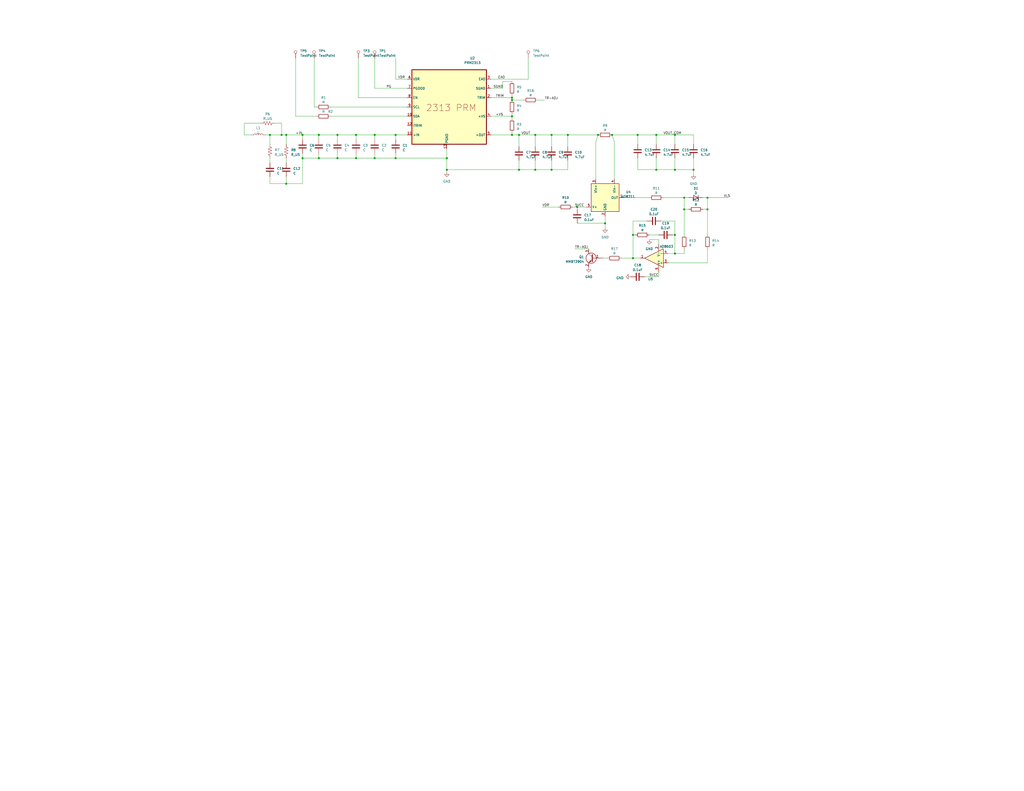
<source format=kicad_sch>
(kicad_sch (version 20230121) (generator eeschema)
  (paper "C")
  (lib_symbols
    (symbol "Amplifier_Current:AD8211"
      (property "Reference" "U" (at -7.62 10.795 0))
      (property "Value" "AD8211" (at -7.62 8.89 0))
      (symbol "AD8211_0_1"
        (rectangle (start -7.62 7.62) (end 7.62 -7.62) (stroke (width 0.254)) (fill (type background)))
      )
      (symbol "AD8211_1_1"
        (pin output line (at 10.16 0 180) (length 2.54) (name "OUT") (number "1"))
        (pin power_in line (at 0 -10.16 90) (length 2.54) (name "GND") (number "2"))
        (pin input line (at -5.08 10.16 270) (length 2.54) (name "Vin+") (number "3"))
        (pin input line (at 5.08 10.16 270) (length 2.54) (name "Vin-") (number "4"))
        (pin power_in line (at -10.16 -5.08 0) (length 2.54) (name "V+") (number "5"))
      )
    )
    (symbol "Amplifier_Operational:AD8603" (pin_names (offset 0.127))
      (property "Reference" "U" (at 0 5.08 0))
      (property "Value" "AD8603" (at 0 -5.08 0))
      (symbol "AD8603_0_1"
        (polyline (pts (xy -5.08 5.08) (xy 5.08 0) (xy -5.08 -5.08) (xy -5.08 5.08)) (stroke (width 0.254)) (fill (type background)))
        (pin power_in line (at -2.54 -7.62 90) (length 3.81) (name "V-") (number "2"))
        (pin power_in line (at -2.54 7.62 270) (length 3.81) (name "V+") (number "5"))
      )
      (symbol "AD8603_1_1"
        (pin output line (at 7.62 0 180) (length 2.54) (name "~") (number "1"))
        (pin input line (at -7.62 2.54 0) (length 2.54) (name "+") (number "3"))
        (pin input line (at -7.62 -2.54 0) (length 2.54) (name "-") (number "4"))
      )
    )
    (symbol "Connector:TestPoint" (pin_numbers hide) (pin_names (offset 0.762) hide)
      (property "Reference" "TP" (at 0 6.858 0))
      (property "Value" "TestPoint" (at 0 5.08 0))
      (symbol "TestPoint_0_1"
        (circle (center 0 3.302) (radius 0.762))
      )
      (symbol "TestPoint_1_1"
        (pin passive line (at 0 0 90) (length 2.54) (name "1") (number "1"))
      )
    )
    (symbol "Device:C" (pin_numbers hide) (pin_names (offset 0.254))
      (property "Reference" "C" (at 0.635 2.54 0))
      (property "Value" "C" (at 0.635 -2.54 0))
      (symbol "C_0_1"
        (polyline (pts (xy -2.032 -0.762) (xy 2.032 -0.762)) (stroke (width 0.508)))
        (polyline (pts (xy -2.032 0.762) (xy 2.032 0.762)) (stroke (width 0.508)))
      )
      (symbol "C_1_1"
        (pin passive line (at 0 3.81 270) (length 2.794) (name "~") (number "1"))
        (pin passive line (at 0 -3.81 90) (length 2.794) (name "~") (number "2"))
      )
    )
    (symbol "Device:D" (pin_numbers hide) (pin_names (offset 1.016) hide)
      (property "Reference" "D" (at 0 2.54 0))
      (property "Value" "D" (at 0 -2.54 0))
      (symbol "D_0_1"
        (polyline (pts (xy -1.27 1.27) (xy -1.27 -1.27)) (stroke (width 0.254)))
        (polyline (pts (xy 1.27 0) (xy -1.27 0)))
        (polyline (pts (xy 1.27 1.27) (xy 1.27 -1.27) (xy -1.27 0) (xy 1.27 1.27)) (stroke (width 0.254)))
      )
      (symbol "D_1_1"
        (pin passive line (at -3.81 0 0) (length 2.54) (name "K") (number "1"))
        (pin passive line (at 3.81 0 180) (length 2.54) (name "A") (number "2"))
      )
    )
    (symbol "Device:L" (pin_numbers hide) (pin_names (offset 1.016) hide)
      (property "Reference" "L" (at -1.27 0 90))
      (property "Value" "L" (at 1.905 0 90))
      (symbol "L_0_1"
        (arc (start 0 -2.54) (mid 0.6323 -1.905) (end 0 -1.27))
        (arc (start 0 -1.27) (mid 0.6323 -0.635) (end 0 0))
        (arc (start 0 0) (mid 0.6323 0.635) (end 0 1.27))
        (arc (start 0 1.27) (mid 0.6323 1.905) (end 0 2.54))
      )
      (symbol "L_1_1"
        (pin passive line (at 0 3.81 270) (length 1.27) (name "1") (number "1"))
        (pin passive line (at 0 -3.81 90) (length 1.27) (name "2") (number "2"))
      )
    )
    (symbol "Device:R" (pin_numbers hide) (pin_names (offset 0))
      (property "Reference" "R" (at 2.032 0 90))
      (property "Value" "R" (at 0 0 90))
      (symbol "R_0_1"
        (rectangle (start -1.016 -2.54) (end 1.016 2.54) (stroke (width 0.254)))
      )
      (symbol "R_1_1"
        (pin passive line (at 0 3.81 270) (length 1.27) (name "~") (number "1"))
        (pin passive line (at 0 -3.81 90) (length 1.27) (name "~") (number "2"))
      )
    )
    (symbol "Device:R_US" (pin_numbers hide) (pin_names (offset 0))
      (property "Reference" "R" (at 2.54 0 90))
      (property "Value" "R_US" (at -2.54 0 90))
      (symbol "R_US_0_1"
        (polyline (pts (xy 0 -2.286) (xy 0 -2.54)))
        (polyline (pts (xy 0 2.286) (xy 0 2.54)))
        (polyline (pts (xy 0 -0.762) (xy 1.016 -1.143) (xy 0 -1.524) (xy -1.016 -1.905) (xy 0 -2.286)))
        (polyline (pts (xy 0 0.762) (xy 1.016 0.381) (xy 0 0) (xy -1.016 -0.381) (xy 0 -0.762)))
        (polyline (pts (xy 0 2.286) (xy 1.016 1.905) (xy 0 1.524) (xy -1.016 1.143) (xy 0 0.762)))
      )
      (symbol "R_US_1_1"
        (pin passive line (at 0 3.81 270) (length 1.27) (name "~") (number "1"))
        (pin passive line (at 0 -3.81 90) (length 1.27) (name "~") (number "2"))
      )
    )
    (symbol "Transistor_BJT:MMBT3904" (pin_names (offset 0) hide)
      (property "Reference" "Q" (at 5.08 1.905 0))
      (property "Value" "MMBT3904" (at 5.08 0 0))
      (symbol "MMBT3904_0_1"
        (polyline (pts (xy 0.635 0.635) (xy 2.54 2.54)))
        (polyline (pts (xy 0.635 -0.635) (xy 2.54 -2.54) (xy 2.54 -2.54)))
        (polyline (pts (xy 0.635 1.905) (xy 0.635 -1.905) (xy 0.635 -1.905)) (stroke (width 0.508)))
        (polyline (pts (xy 1.27 -1.778) (xy 1.778 -1.27) (xy 2.286 -2.286) (xy 1.27 -1.778) (xy 1.27 -1.778)) (fill (type outline)))
        (circle (center 1.27 0) (radius 2.8194) (stroke (width 0.254)))
      )
      (symbol "MMBT3904_1_1"
        (pin input line (at -5.08 0 0) (length 5.715) (name "B") (number "1"))
        (pin passive line (at 2.54 -5.08 90) (length 2.54) (name "E") (number "2"))
        (pin passive line (at 2.54 5.08 270) (length 2.54) (name "C") (number "3"))
      )
    )
    (symbol "power:GND" (power) (pin_names (offset 0))
      (property "Value" "GND" (at 0 -3.81 0))
      (symbol "GND_0_1"
        (polyline (pts (xy 0 0) (xy 0 -1.27) (xy 1.27 -1.27) (xy 0 -2.54) (xy -1.27 -1.27) (xy 0 -1.27)))
      )
      (symbol "GND_1_1"
        (pin power_in line (at 0 0 270) (length 0) hide (name "GND") (number "1"))
      )
    )
    (symbol "vicor:root_0_2313 PRM TC2_3-47574R4"
      (property "Reference" "U" (at 0 0 0))
      (property "Value" "PRM2313" (at 0 0 0))
      (symbol "root_0_2313 PRM TC2_3-47574R4_1_0"
        (rectangle (start 0 0) (end 40.64 -40.64) (stroke (width 0.508)) (fill (type background)))
        (text "" (at 1.27 0 0) (effects (font (size 6.096 6.096) bold) (justify left bottom)))
        (text "2313 PRM" (at 7.62 -22.86 0) (effects (font (size 3.556 3.556)) (justify left bottom)))
        (pin passive line (at 43.18 -10.16 180) (length 2.54) (name "SGND") (number "1"))
        (pin passive line (at -2.54 -25.4 0) (length 2.54) (name "SDA") (number "10"))
        (pin passive line (at -2.54 -35.56 0) (length 2.54) (name "+IN") (number "11"))
        (pin passive line (at -2.54 -30.48 0) (length 2.54) (name "ITRIM") (number "12"))
        (pin passive line (at 19.05 -43.18 90) (length 2.54) (name "PGND") (number "13"))
        (pin passive line (at 43.18 -15.24 180) (length 2.54) (name "TRIM") (number "2"))
        (pin passive line (at 43.18 -5.08 180) (length 2.54) (name "EAO") (number "3"))
        (pin passive line (at 43.18 -25.4 180) (length 2.54) (name "+VS") (number "4"))
        (pin passive line (at 43.18 -35.56 180) (length 2.54) (name "+OUT") (number "5"))
        (pin passive line (at -2.54 -5.08 0) (length 2.54) (name "VDR") (number "6"))
        (pin passive line (at -2.54 -10.16 0) (length 2.54) (name "PGOOD") (number "7"))
        (pin passive line (at -2.54 -15.24 0) (length 2.54) (name "EN") (number "8"))
        (pin passive line (at -2.54 -20.32 0) (length 2.54) (name "SCL") (number "9"))
      )
    )
  )
  (junction (at 314.96 113.03))
  (junction (at 243.84 92.71))
  (junction (at 173.99 73.66))
  (junction (at 204.47 86.36))
  (junction (at 279.4 54.61))
  (junction (at 373.38 107.95))
  (junction (at 153.67 73.66))
  (junction (at 373.38 114.3))
  (junction (at 345.44 128.27))
  (junction (at 386.08 107.95))
  (junction (at 194.31 73.66))
  (junction (at 345.44 140.97))
  (junction (at 279.4 63.5))
  (junction (at 184.15 73.66))
  (junction (at 358.14 92.71))
  (junction (at 243.84 86.36))
  (junction (at 279.4 73.66))
  (junction (at 215.9 73.66))
  (junction (at 292.1 92.71))
  (junction (at 378.46 92.71))
  (junction (at 165.1 73.66))
  (junction (at 330.2 121.92))
  (junction (at 368.3 128.27))
  (junction (at 368.3 138.43))
  (junction (at 173.99 86.36))
  (junction (at 147.32 73.66))
  (junction (at 386.08 114.3))
  (junction (at 300.99 73.66))
  (junction (at 309.88 73.66))
  (junction (at 300.99 92.71))
  (junction (at 326.39 73.66))
  (junction (at 283.21 73.66))
  (junction (at 204.47 73.66))
  (junction (at 279.4 53.34))
  (junction (at 215.9 86.36))
  (junction (at 184.15 86.36))
  (junction (at 165.1 86.36))
  (junction (at 368.3 73.66))
  (junction (at 292.1 73.66))
  (junction (at 156.21 73.66))
  (junction (at 334.01 73.66))
  (junction (at 368.3 92.71))
  (junction (at 347.98 73.66))
  (junction (at 194.31 86.36))
  (junction (at 283.21 92.71))
  (junction (at 156.21 100.33))
  (junction (at 358.14 73.66))
  (wire (pts (xy 378.46 92.71) (xy 378.46 86.36)))
  (wire (pts (xy 279.4 62.23) (xy 279.4 63.5)))
  (wire (pts (xy 215.9 43.18) (xy 215.9 31.75)))
  (wire (pts (xy 279.4 72.39) (xy 279.4 73.66)))
  (wire (pts (xy 359.41 130.81) (xy 359.41 133.35)))
  (wire (pts (xy 165.1 86.36) (xy 173.99 86.36)))
  (wire (pts (xy 222.25 53.34) (xy 195.58 53.34)))
  (wire (pts (xy 375.92 114.3) (xy 373.38 114.3)))
  (wire (pts (xy 285.75 54.61) (xy 279.4 54.61)))
  (wire (pts (xy 292.1 80.01) (xy 292.1 73.66)))
  (wire (pts (xy 373.38 135.89) (xy 373.38 138.43)))
  (wire (pts (xy 195.58 53.34) (xy 195.58 31.75)))
  (wire (pts (xy 335.28 77.47) (xy 335.28 97.79)))
  (wire (pts (xy 156.21 96.52) (xy 156.21 100.33)))
  (wire (pts (xy 309.88 73.66) (xy 309.88 80.01)))
  (wire (pts (xy 184.15 83.82) (xy 184.15 86.36)))
  (wire (pts (xy 283.21 80.01) (xy 283.21 73.66)))
  (wire (pts (xy 297.18 54.61) (xy 293.37 54.61)))
  (wire (pts (xy 147.32 100.33) (xy 156.21 100.33)))
  (wire (pts (xy 368.3 73.66) (xy 378.46 73.66)))
  (wire (pts (xy 383.54 107.95) (xy 386.08 107.95)))
  (wire (pts (xy 222.25 63.5) (xy 180.34 63.5)))
  (wire (pts (xy 386.08 143.51) (xy 386.08 135.89)))
  (wire (pts (xy 300.99 92.71) (xy 292.1 92.71)))
  (wire (pts (xy 309.88 87.63) (xy 309.88 92.71)))
  (wire (pts (xy 215.9 76.2) (xy 215.9 73.66)))
  (wire (pts (xy 184.15 76.2) (xy 184.15 73.66)))
  (wire (pts (xy 292.1 92.71) (xy 283.21 92.71)))
  (wire (pts (xy 358.14 78.74) (xy 358.14 73.66)))
  (wire (pts (xy 283.21 87.63) (xy 283.21 92.71)))
  (wire (pts (xy 300.99 73.66) (xy 309.88 73.66)))
  (wire (pts (xy 368.3 92.71) (xy 378.46 92.71)))
  (wire (pts (xy 267.97 53.34) (xy 279.4 53.34)))
  (wire (pts (xy 320.04 113.03) (xy 314.96 113.03)))
  (wire (pts (xy 279.4 63.5) (xy 279.4 64.77)))
  (wire (pts (xy 386.08 128.27) (xy 386.08 114.3)))
  (wire (pts (xy 313.69 135.89) (xy 321.31 135.89)))
  (wire (pts (xy 267.97 63.5) (xy 279.4 63.5)))
  (wire (pts (xy 373.38 114.3) (xy 373.38 107.95)))
  (wire (pts (xy 267.97 73.66) (xy 279.4 73.66)))
  (wire (pts (xy 204.47 83.82) (xy 204.47 86.36)))
  (wire (pts (xy 173.99 76.2) (xy 173.99 73.66)))
  (wire (pts (xy 345.44 140.97) (xy 349.25 140.97)))
  (wire (pts (xy 204.47 73.66) (xy 215.9 73.66)))
  (wire (pts (xy 314.96 121.92) (xy 330.2 121.92)))
  (wire (pts (xy 309.88 92.71) (xy 300.99 92.71)))
  (wire (pts (xy 386.08 114.3) (xy 383.54 114.3)))
  (wire (pts (xy 133.35 67.31) (xy 133.35 73.66)))
  (wire (pts (xy 368.3 86.36) (xy 368.3 92.71)))
  (wire (pts (xy 314.96 113.03) (xy 314.96 114.3)))
  (wire (pts (xy 144.78 73.66) (xy 147.32 73.66)))
  (wire (pts (xy 378.46 73.66) (xy 378.46 78.74)))
  (wire (pts (xy 325.12 97.79) (xy 325.12 77.47)))
  (wire (pts (xy 267.97 48.26) (xy 274.32 48.26)))
  (wire (pts (xy 373.38 107.95) (xy 375.92 107.95)))
  (wire (pts (xy 335.28 77.47) (xy 334.01 73.66)))
  (wire (pts (xy 194.31 73.66) (xy 204.47 73.66)))
  (wire (pts (xy 358.14 86.36) (xy 358.14 92.71)))
  (wire (pts (xy 156.21 86.36) (xy 156.21 88.9)))
  (wire (pts (xy 334.01 73.66) (xy 347.98 73.66)))
  (wire (pts (xy 222.25 48.26) (xy 204.47 48.26)))
  (wire (pts (xy 165.1 76.2) (xy 165.1 73.66)))
  (wire (pts (xy 345.44 120.65) (xy 345.44 128.27)))
  (wire (pts (xy 292.1 73.66) (xy 300.99 73.66)))
  (wire (pts (xy 215.9 73.66) (xy 222.25 73.66)))
  (wire (pts (xy 364.49 138.43) (xy 368.3 138.43)))
  (wire (pts (xy 173.99 83.82) (xy 173.99 86.36)))
  (wire (pts (xy 222.25 43.18) (xy 215.9 43.18)))
  (wire (pts (xy 279.4 53.34) (xy 279.4 52.07)))
  (wire (pts (xy 194.31 86.36) (xy 204.47 86.36)))
  (wire (pts (xy 180.34 58.42) (xy 222.25 58.42)))
  (wire (pts (xy 283.21 92.71) (xy 243.84 92.71)))
  (wire (pts (xy 359.41 148.59) (xy 359.41 151.13)))
  (wire (pts (xy 165.1 83.82) (xy 165.1 86.36)))
  (wire (pts (xy 153.67 67.31) (xy 153.67 73.66)))
  (wire (pts (xy 300.99 87.63) (xy 300.99 92.71)))
  (wire (pts (xy 147.32 96.52) (xy 147.32 100.33)))
  (wire (pts (xy 312.42 113.03) (xy 314.96 113.03)))
  (wire (pts (xy 330.2 118.11) (xy 330.2 121.92)))
  (wire (pts (xy 368.3 138.43) (xy 373.38 138.43)))
  (wire (pts (xy 361.95 107.95) (xy 373.38 107.95)))
  (wire (pts (xy 184.15 86.36) (xy 194.31 86.36)))
  (wire (pts (xy 295.91 113.03) (xy 304.8 113.03)))
  (wire (pts (xy 328.93 140.97) (xy 331.47 140.97)))
  (wire (pts (xy 347.98 78.74) (xy 347.98 73.66)))
  (wire (pts (xy 373.38 128.27) (xy 373.38 114.3)))
  (wire (pts (xy 204.47 86.36) (xy 215.9 86.36)))
  (wire (pts (xy 172.72 63.5) (xy 161.29 63.5)))
  (wire (pts (xy 173.99 73.66) (xy 184.15 73.66)))
  (wire (pts (xy 330.2 121.92) (xy 330.2 124.46)))
  (wire (pts (xy 173.99 86.36) (xy 184.15 86.36)))
  (wire (pts (xy 194.31 76.2) (xy 194.31 73.66)))
  (wire (pts (xy 309.88 73.66) (xy 326.39 73.66)))
  (wire (pts (xy 300.99 80.01) (xy 300.99 73.66)))
  (wire (pts (xy 360.68 120.65) (xy 368.3 120.65)))
  (wire (pts (xy 215.9 86.36) (xy 243.84 86.36)))
  (wire (pts (xy 386.08 107.95) (xy 397.51 107.95)))
  (wire (pts (xy 292.1 87.63) (xy 292.1 92.71)))
  (wire (pts (xy 243.84 93.98) (xy 243.84 92.71)))
  (wire (pts (xy 215.9 83.82) (xy 215.9 86.36)))
  (wire (pts (xy 347.98 73.66) (xy 358.14 73.66)))
  (wire (pts (xy 347.98 92.71) (xy 358.14 92.71)))
  (wire (pts (xy 358.14 92.71) (xy 368.3 92.71)))
  (wire (pts (xy 184.15 73.66) (xy 194.31 73.66)))
  (wire (pts (xy 279.4 73.66) (xy 283.21 73.66)))
  (wire (pts (xy 325.12 77.47) (xy 326.39 73.66)))
  (wire (pts (xy 204.47 48.26) (xy 204.47 31.75)))
  (wire (pts (xy 153.67 73.66) (xy 156.21 73.66)))
  (wire (pts (xy 354.33 107.95) (xy 340.36 107.95)))
  (wire (pts (xy 378.46 95.25) (xy 378.46 92.71)))
  (wire (pts (xy 161.29 63.5) (xy 161.29 31.75)))
  (wire (pts (xy 279.4 44.45) (xy 274.32 44.45)))
  (wire (pts (xy 194.31 83.82) (xy 194.31 86.36)))
  (wire (pts (xy 283.21 73.66) (xy 292.1 73.66)))
  (wire (pts (xy 156.21 73.66) (xy 165.1 73.66)))
  (wire (pts (xy 368.3 78.74) (xy 368.3 73.66)))
  (wire (pts (xy 267.97 43.18) (xy 288.29 43.18)))
  (wire (pts (xy 172.72 58.42) (xy 171.45 58.42)))
  (wire (pts (xy 351.79 151.13) (xy 359.41 151.13)))
  (wire (pts (xy 346.71 128.27) (xy 345.44 128.27)))
  (wire (pts (xy 274.32 44.45) (xy 274.32 48.26)))
  (wire (pts (xy 142.24 67.31) (xy 133.35 67.31)))
  (wire (pts (xy 165.1 73.66) (xy 173.99 73.66)))
  (wire (pts (xy 243.84 92.71) (xy 243.84 86.36)))
  (wire (pts (xy 147.32 86.36) (xy 147.32 88.9)))
  (wire (pts (xy 354.33 130.81) (xy 359.41 130.81)))
  (wire (pts (xy 364.49 143.51) (xy 386.08 143.51)))
  (wire (pts (xy 147.32 78.74) (xy 147.32 73.66)))
  (wire (pts (xy 156.21 100.33) (xy 165.1 100.33)))
  (wire (pts (xy 368.3 120.65) (xy 368.3 128.27)))
  (wire (pts (xy 279.4 54.61) (xy 279.4 53.34)))
  (wire (pts (xy 133.35 73.66) (xy 137.16 73.66)))
  (wire (pts (xy 368.3 128.27) (xy 368.3 138.43)))
  (wire (pts (xy 345.44 128.27) (xy 345.44 140.97)))
  (wire (pts (xy 288.29 31.75) (xy 288.29 43.18)))
  (wire (pts (xy 147.32 73.66) (xy 153.67 73.66)))
  (wire (pts (xy 171.45 58.42) (xy 171.45 31.75)))
  (wire (pts (xy 353.06 120.65) (xy 345.44 120.65)))
  (wire (pts (xy 339.09 140.97) (xy 345.44 140.97)))
  (wire (pts (xy 149.86 67.31) (xy 153.67 67.31)))
  (wire (pts (xy 359.41 128.27) (xy 354.33 128.27)))
  (wire (pts (xy 386.08 107.95) (xy 386.08 114.3)))
  (wire (pts (xy 243.84 86.36) (xy 243.84 81.28)))
  (wire (pts (xy 156.21 78.74) (xy 156.21 73.66)))
  (wire (pts (xy 347.98 86.36) (xy 347.98 92.71)))
  (wire (pts (xy 367.03 128.27) (xy 368.3 128.27)))
  (wire (pts (xy 204.47 76.2) (xy 204.47 73.66)))
  (wire (pts (xy 358.14 73.66) (xy 368.3 73.66)))
  (wire (pts (xy 165.1 100.33) (xy 165.1 86.36)))
  (label "PG" (at 210.82 48.26 0))
  (label "TR-ADJ" (at 313.69 135.89 0))
  (label "+IN" (at 161.29 73.66 0))
  (label "VDR" (at 217.17 43.18 0))
  (label "VOUT_COM" (at 361.95 73.66 0))
  (label "5VCC" (at 354.33 151.13 0))
  (label "VDR" (at 295.91 113.03 0))
  (label "5VCC" (at 313.69 113.03 0))
  (label "TR-ADJ" (at 297.18 54.61 0))
  (label "+VS" (at 270.51 63.5 0))
  (label "SGND" (at 269.24 48.26 0))
  (label "EAO" (at 271.78 43.18 0))
  (label "VOUT" (at 284.48 73.66 0))
  (label "VLS" (at 394.97 107.95 0))
  (label "TRIM" (at 270.51 53.34 0))
  (symbol (lib_id "power:GND") (at 354.33 130.81 0) (unit 1)
    (property "Reference" "#PWR07" (effects hide))
    (property "Value" "GND" (at 354.33 135.89 0))
  )
  (symbol (lib_id "Device:C") (at 292.1 83.82 0) (unit 1)
    (property "Reference" "C8" (at 295.91 83.185 0) (effects (justify left)))
    (property "Value" "4.7uF" (at 295.91 85.725 0) (effects (justify left)))
    (property "Footprint" "Capacitor_SMD:C_1206_3216Metric_Pad1.33x1.80mm_HandSolder" (effects hide))
  )
  (symbol (lib_id "Device:C") (at 194.31 80.01 0) (unit 1)
    (property "Reference" "C3" (at 198.12 79.375 0) (effects (justify left)))
    (property "Value" "C" (at 198.12 81.915 0) (effects (justify left)))
    (property "Footprint" "Capacitor_SMD:C_1206_3216Metric_Pad1.33x1.80mm_HandSolder" (effects hide))
  )
  (symbol (lib_id "Device:R") (at 373.38 132.08 180) (unit 1)
    (property "Reference" "R13" (at 375.92 131.445 0) (effects (justify right)))
    (property "Value" "R" (at 375.92 133.985 0) (effects (justify right)))
    (property "Footprint" "Resistor_SMD:R_0603_1608Metric_Pad0.98x0.95mm_HandSolder" (effects hide))
  )
  (symbol (lib_id "Device:R") (at 335.28 140.97 90) (unit 1)
    (property "Reference" "R17" (at 335.28 135.89 90))
    (property "Value" "R" (at 335.28 138.43 90))
    (property "Footprint" "Resistor_SMD:R_0402_1005Metric_Pad0.72x0.64mm_HandSolder" (effects hide))
  )
  (symbol (lib_id "Device:D") (at 379.73 107.95 180) (unit 1)
    (property "Reference" "D1" (at 379.73 102.87 0))
    (property "Value" "D" (at 379.73 105.41 0))
    (property "Footprint" "Diode_SMD:D_0603_1608Metric_Pad1.05x0.95mm_HandSolder" (effects hide))
    (property "Sim.Device" "D" (effects hide))
    (property "Sim.Pins" "1=K 2=A" (effects hide))
  )
  (symbol (lib_id "Device:R") (at 308.61 113.03 90) (unit 1)
    (property "Reference" "R10" (at 308.61 107.95 90))
    (property "Value" "R" (at 308.61 110.49 90))
    (property "Footprint" "Resistor_SMD:R_0402_1005Metric_Pad0.72x0.64mm_HandSolder" (effects hide))
  )
  (symbol (lib_id "Transistor_BJT:MMBT3904") (at 323.85 140.97 0) (mirror y) (unit 1)
    (property "Reference" "Q1" (at 318.77 140.335 0) (effects (justify left)))
    (property "Value" "MMBT3904" (at 318.77 142.875 0) (effects (justify left)))
    (property "Footprint" "Package_TO_SOT_SMD:SOT-23" (effects hide))
    (property "Datasheet" "https://www.onsemi.com/pub/Collateral/2N3903-D.PDF" (effects hide))
  )
  (symbol (lib_id "Connector:TestPoint") (at 171.45 31.75 0) (unit 1)
    (property "Reference" "TP4" (at 173.99 27.813 0) (effects (justify left)))
    (property "Value" "TestPoint" (at 173.99 30.353 0) (effects (justify left)))
    (property "Footprint" "TestPoint:TestPoint_Pad_1.5x1.5mm" (effects hide))
  )
  (symbol (lib_id "Device:R") (at 358.14 107.95 90) (unit 1)
    (property "Reference" "R11" (at 358.14 102.87 90))
    (property "Value" "R" (at 358.14 105.41 90))
    (property "Footprint" "Resistor_SMD:R_0402_1005Metric_Pad0.72x0.64mm_HandSolder" (effects hide))
  )
  (symbol (lib_id "power:GND") (at 321.31 146.05 0) (unit 1)
    (property "Reference" "#PWR08" (effects hide))
    (property "Value" "GND" (at 321.31 151.13 0))
  )
  (symbol (lib_id "Device:R") (at 386.08 132.08 180) (unit 1)
    (property "Reference" "R14" (at 388.62 131.445 0) (effects (justify right)))
    (property "Value" "R" (at 388.62 133.985 0) (effects (justify right)))
    (property "Footprint" "Resistor_SMD:R_0603_1608Metric_Pad0.98x0.95mm_HandSolder" (effects hide))
  )
  (symbol (lib_id "Amplifier_Operational:AD8603") (at 356.87 140.97 180) (unit 1)
    (property "Reference" "U5" (at 353.6441 152.4 0) (effects (justify right)))
    (property "Value" "AD8603" (at 359.9941 134.62 0) (effects (justify right)))
    (property "Footprint" "Package_TO_SOT_SMD:TSOT-23-5" (effects hide))
    (property "Datasheet" "https://www.analog.com/media/en/technical-documentation/data-sheets/AD8603_8607_8609.pdf" (effects hide))
  )
  (symbol (lib_id "vicor:root_0_2313 PRM TC2_3-47574R4") (at 224.79 38.1 0) (unit 1)
    (property "Reference" "U2" (at 257.81 31.75 0))
    (property "Value" "PRM2313" (at 257.81 34.29 0))
    (property "Footprint" "vicor:2313 PRM TC2_3-47574R4" (effects hide))
  )
  (symbol (lib_id "Connector:TestPoint") (at 161.29 31.75 0) (unit 1)
    (property "Reference" "TP5" (at 163.83 27.813 0) (effects (justify left)))
    (property "Value" "TestPoint" (at 163.83 30.353 0) (effects (justify left)))
    (property "Footprint" "TestPoint:TestPoint_Pad_1.5x1.5mm" (effects hide))
  )
  (symbol (lib_id "Device:R") (at 279.4 58.42 0) (unit 1)
    (property "Reference" "R4" (at 281.94 57.785 0) (effects (justify left)))
    (property "Value" "R" (at 281.94 60.325 0) (effects (justify left)))
    (property "Footprint" "Resistor_SMD:R_0402_1005Metric_Pad0.72x0.64mm_HandSolder" (effects hide))
  )
  (symbol (lib_id "power:GND") (at 243.84 93.98 0) (unit 1)
    (property "Reference" "#PWR01" (effects hide))
    (property "Value" "GND" (at 243.84 99.06 0))
  )
  (symbol (lib_id "power:GND") (at 344.17 151.13 270) (unit 1)
    (property "Reference" "#PWR06" (effects hide))
    (property "Value" "GND" (at 340.36 151.765 90) (effects (justify right)))
  )
  (symbol (lib_id "Device:C") (at 300.99 83.82 0) (unit 1)
    (property "Reference" "C9" (at 304.8 83.185 0) (effects (justify left)))
    (property "Value" "4.7uF" (at 304.8 85.725 0) (effects (justify left)))
    (property "Footprint" "Capacitor_SMD:C_1206_3216Metric_Pad1.33x1.80mm_HandSolder" (effects hide))
  )
  (symbol (lib_id "Device:C") (at 204.47 80.01 0) (unit 1)
    (property "Reference" "C2" (at 208.28 79.375 0) (effects (justify left)))
    (property "Value" "C" (at 208.28 81.915 0) (effects (justify left)))
    (property "Footprint" "Capacitor_SMD:C_1206_3216Metric_Pad1.33x1.80mm_HandSolder" (effects hide))
  )
  (symbol (lib_id "Device:C") (at 363.22 128.27 90) (unit 1)
    (property "Reference" "C19" (at 363.22 121.92 90))
    (property "Value" "0.1uF" (at 363.22 124.46 90))
    (property "Footprint" "Capacitor_SMD:C_0603_1608Metric_Pad1.08x0.95mm_HandSolder" (effects hide))
  )
  (symbol (lib_id "Amplifier_Current:AD8211") (at 330.2 107.95 0) (unit 1)
    (property "Reference" "U4" (at 342.9 104.8259 0))
    (property "Value" "AD8211" (at 342.9 107.3659 0))
    (property "Footprint" "Package_TO_SOT_SMD:SOT-23-5" (effects hide))
    (property "Datasheet" "https://www.analog.com/media/en/technical-documentation/data-sheets/AD8211.pdf" (effects hide))
  )
  (symbol (lib_id "Device:L") (at 140.97 73.66 90) (unit 1)
    (property "Reference" "L1" (at 140.97 69.85 90))
    (property "Value" "L" (at 140.97 72.39 90))
    (property "Footprint" "Inductor_SMD:L_Vishay_IHLP-2525" (effects hide))
  )
  (symbol (lib_id "Device:C") (at 314.96 118.11 0) (unit 1)
    (property "Reference" "C17" (at 318.77 117.475 0) (effects (justify left)))
    (property "Value" "0.1uF" (at 318.77 120.015 0) (effects (justify left)))
    (property "Footprint" "Capacitor_SMD:C_0402_1005Metric_Pad0.74x0.62mm_HandSolder" (effects hide))
  )
  (symbol (lib_id "Device:C") (at 378.46 82.55 0) (unit 1)
    (property "Reference" "C16" (at 382.27 81.915 0) (effects (justify left)))
    (property "Value" "4.7uF" (at 382.27 84.455 0) (effects (justify left)))
    (property "Footprint" "Capacitor_SMD:C_1206_3216Metric_Pad1.33x1.80mm_HandSolder" (effects hide))
  )
  (symbol (lib_id "Device:R") (at 350.52 128.27 270) (unit 1)
    (property "Reference" "R15" (at 350.52 123.19 90))
    (property "Value" "R" (at 350.52 125.73 90))
    (property "Footprint" "Resistor_SMD:R_0603_1608Metric_Pad0.98x0.95mm_HandSolder" (effects hide))
  )
  (symbol (lib_id "Device:C") (at 358.14 82.55 0) (unit 1)
    (property "Reference" "C14" (at 361.95 81.915 0) (effects (justify left)))
    (property "Value" "4.7uF" (at 361.95 84.455 0) (effects (justify left)))
    (property "Footprint" "Capacitor_SMD:C_1206_3216Metric_Pad1.33x1.80mm_HandSolder" (effects hide))
  )
  (symbol (lib_id "Connector:TestPoint") (at 288.29 31.75 0) (unit 1)
    (property "Reference" "TP6" (at 290.83 27.813 0) (effects (justify left)))
    (property "Value" "TestPoint" (at 290.83 30.353 0) (effects (justify left)))
    (property "Footprint" "TestPoint:TestPoint_Pad_1.5x1.5mm" (effects hide))
  )
  (symbol (lib_id "Device:C") (at 165.1 80.01 0) (unit 1)
    (property "Reference" "C6" (at 168.91 79.375 0) (effects (justify left)))
    (property "Value" "C" (at 168.91 81.915 0) (effects (justify left)))
    (property "Footprint" "Capacitor_SMD:C_1206_3216Metric_Pad1.33x1.80mm_HandSolder" (effects hide))
  )
  (symbol (lib_id "Device:R") (at 176.53 58.42 270) (unit 1)
    (property "Reference" "R1" (at 176.53 53.34 90))
    (property "Value" "R" (at 176.53 55.88 90))
    (property "Footprint" "Resistor_SMD:R_0402_1005Metric_Pad0.72x0.64mm_HandSolder" (effects hide))
  )
  (symbol (lib_id "Device:C") (at 215.9 80.01 0) (unit 1)
    (property "Reference" "C1" (at 219.71 79.375 0) (effects (justify left)))
    (property "Value" "C" (at 219.71 81.915 0) (effects (justify left)))
    (property "Footprint" "Capacitor_SMD:C_1206_3216Metric_Pad1.33x1.80mm_HandSolder" (effects hide))
  )
  (symbol (lib_id "Device:R") (at 379.73 114.3 90) (unit 1)
    (property "Reference" "R12" (at 379.73 109.22 90))
    (property "Value" "R" (at 379.73 111.76 90))
    (property "Footprint" "Resistor_SMD:R_0402_1005Metric_Pad0.72x0.64mm_HandSolder" (effects hide))
  )
  (symbol (lib_id "Device:C") (at 147.32 92.71 0) (unit 1)
    (property "Reference" "C11" (at 151.13 92.075 0) (effects (justify left)))
    (property "Value" "C" (at 151.13 94.615 0) (effects (justify left)))
    (property "Footprint" "Capacitor_SMD:C_1210_3225Metric_Pad1.33x2.70mm_HandSolder" (effects hide))
  )
  (symbol (lib_id "Device:C") (at 283.21 83.82 0) (unit 1)
    (property "Reference" "C7" (at 287.02 83.185 0) (effects (justify left)))
    (property "Value" "4.7uF" (at 287.02 85.725 0) (effects (justify left)))
    (property "Footprint" "Capacitor_SMD:C_1206_3216Metric_Pad1.33x1.80mm_HandSolder" (effects hide))
  )
  (symbol (lib_id "Device:C") (at 347.98 82.55 0) (unit 1)
    (property "Reference" "C13" (at 351.79 81.915 0) (effects (justify left)))
    (property "Value" "4.7uF" (at 351.79 84.455 0) (effects (justify left)))
    (property "Footprint" "Capacitor_SMD:C_1206_3216Metric_Pad1.33x1.80mm_HandSolder" (effects hide))
  )
  (symbol (lib_id "Device:C") (at 184.15 80.01 0) (unit 1)
    (property "Reference" "C4" (at 187.96 79.375 0) (effects (justify left)))
    (property "Value" "C" (at 187.96 81.915 0) (effects (justify left)))
    (property "Footprint" "Capacitor_SMD:C_1206_3216Metric_Pad1.33x1.80mm_HandSolder" (effects hide))
  )
  (symbol (lib_id "power:GND") (at 330.2 124.46 0) (unit 1)
    (property "Reference" "#PWR04" (effects hide))
    (property "Value" "GND" (at 330.2 129.54 0))
  )
  (symbol (lib_id "Device:R_US") (at 147.32 82.55 0) (unit 1)
    (property "Reference" "R7" (at 149.86 81.915 0) (effects (justify left)))
    (property "Value" "R_US" (at 149.86 84.455 0) (effects (justify left)))
    (property "Footprint" "Resistor_SMD:R_0805_2012Metric_Pad1.20x1.40mm_HandSolder" (effects hide))
  )
  (symbol (lib_id "Device:R") (at 176.53 63.5 90) (unit 1)
    (property "Reference" "R2" (at 180.34 60.96 90))
    (property "Value" "R" (at 176.53 60.96 90))
    (property "Footprint" "Resistor_SMD:R_0402_1005Metric_Pad0.72x0.64mm_HandSolder" (effects hide))
  )
  (symbol (lib_id "Device:C") (at 347.98 151.13 90) (unit 1)
    (property "Reference" "C18" (at 347.98 144.78 90))
    (property "Value" "0.1uF" (at 347.98 147.32 90))
    (property "Footprint" "Capacitor_SMD:C_0402_1005Metric_Pad0.74x0.62mm_HandSolder" (effects hide))
  )
  (symbol (lib_id "Device:R_US") (at 146.05 67.31 90) (unit 1)
    (property "Reference" "R6" (at 146.05 62.23 90))
    (property "Value" "R_US" (at 146.05 64.77 90))
    (property "Footprint" "Resistor_SMD:R_0805_2012Metric_Pad1.20x1.40mm_HandSolder" (effects hide))
  )
  (symbol (lib_id "Device:R") (at 330.2 73.66 90) (unit 1)
    (property "Reference" "R9" (at 330.2 68.58 90))
    (property "Value" "R" (at 330.2 71.12 90))
    (property "Footprint" "Resistor_SMD:R_2512_6332Metric_Pad1.40x3.35mm_HandSolder" (effects hide))
  )
  (symbol (lib_id "Connector:TestPoint") (at 195.58 31.75 0) (unit 1)
    (property "Reference" "TP3" (at 198.12 27.813 0) (effects (justify left)))
    (property "Value" "TestPoint" (at 198.12 30.353 0) (effects (justify left)))
    (property "Footprint" "TestPoint:TestPoint_Pad_1.5x1.5mm" (effects hide))
  )
  (symbol (lib_id "Device:C") (at 156.21 92.71 0) (unit 1)
    (property "Reference" "C12" (at 160.02 92.075 0) (effects (justify left)))
    (property "Value" "C" (at 160.02 94.615 0) (effects (justify left)))
    (property "Footprint" "Capacitor_SMD:C_1210_3225Metric_Pad1.33x2.70mm_HandSolder" (effects hide))
  )
  (symbol (lib_id "Device:C") (at 173.99 80.01 0) (unit 1)
    (property "Reference" "C5" (at 177.8 79.375 0) (effects (justify left)))
    (property "Value" "C" (at 177.8 81.915 0) (effects (justify left)))
    (property "Footprint" "Capacitor_SMD:C_1206_3216Metric_Pad1.33x1.80mm_HandSolder" (effects hide))
  )
  (symbol (lib_id "power:GND") (at 378.46 95.25 0) (unit 1)
    (property "Reference" "#PWR05" (effects hide))
    (property "Value" "GND" (at 378.46 100.33 0))
  )
  (symbol (lib_id "Device:R_US") (at 156.21 82.55 0) (unit 1)
    (property "Reference" "R8" (at 158.75 81.915 0) (effects (justify left)))
    (property "Value" "R_US" (at 158.75 84.455 0) (effects (justify left)))
    (property "Footprint" "Resistor_SMD:R_0805_2012Metric_Pad1.20x1.40mm_HandSolder" (effects hide))
  )
  (symbol (lib_id "Device:R") (at 279.4 68.58 0) (unit 1)
    (property "Reference" "R3" (at 281.94 67.945 0) (effects (justify left)))
    (property "Value" "R" (at 281.94 70.485 0) (effects (justify left)))
    (property "Footprint" "Resistor_SMD:R_0402_1005Metric_Pad0.72x0.64mm_HandSolder" (effects hide))
  )
  (symbol (lib_id "Device:C") (at 309.88 83.82 0) (unit 1)
    (property "Reference" "C10" (at 313.69 83.185 0) (effects (justify left)))
    (property "Value" "4.7uF" (at 313.69 85.725 0) (effects (justify left)))
    (property "Footprint" "Capacitor_SMD:C_1206_3216Metric_Pad1.33x1.80mm_HandSolder" (effects hide))
  )
  (symbol (lib_id "Device:C") (at 356.87 120.65 90) (unit 1)
    (property "Reference" "C20" (at 356.87 114.3 90))
    (property "Value" "0.1uF" (at 356.87 116.84 90))
    (property "Footprint" "Capacitor_SMD:C_0603_1608Metric_Pad1.08x0.95mm_HandSolder" (effects hide))
  )
  (symbol (lib_id "Device:R") (at 289.56 54.61 90) (unit 1)
    (property "Reference" "R16" (at 289.56 49.53 90))
    (property "Value" "R" (at 289.56 52.07 90))
    (property "Footprint" "Resistor_SMD:R_0402_1005Metric_Pad0.72x0.64mm_HandSolder" (effects hide))
  )
  (symbol (lib_id "Device:C") (at 368.3 82.55 0) (unit 1)
    (property "Reference" "C15" (at 372.11 81.915 0) (effects (justify left)))
    (property "Value" "4.7uF" (at 372.11 84.455 0) (effects (justify left)))
    (property "Footprint" "Capacitor_SMD:C_1206_3216Metric_Pad1.33x1.80mm_HandSolder" (effects hide))
  )
  (symbol (lib_id "Device:R") (at 279.4 48.26 0) (unit 1)
    (property "Reference" "R5" (at 281.94 47.625 0) (effects (justify left)))
    (property "Value" "R" (at 281.94 50.165 0) (effects (justify left)))
    (property "Footprint" "Resistor_SMD:R_0402_1005Metric_Pad0.72x0.64mm_HandSolder" (effects hide))
  )
  (symbol (lib_id "Connector:TestPoint") (at 204.47 31.75 0) (unit 1)
    (property "Reference" "TP1" (at 207.01 27.813 0) (effects (justify left)))
    (property "Value" "TestPoint" (at 207.01 30.353 0) (effects (justify left)))
    (property "Footprint" "TestPoint:TestPoint_Pad_1.5x1.5mm" (effects hide))
  )
)
</source>
